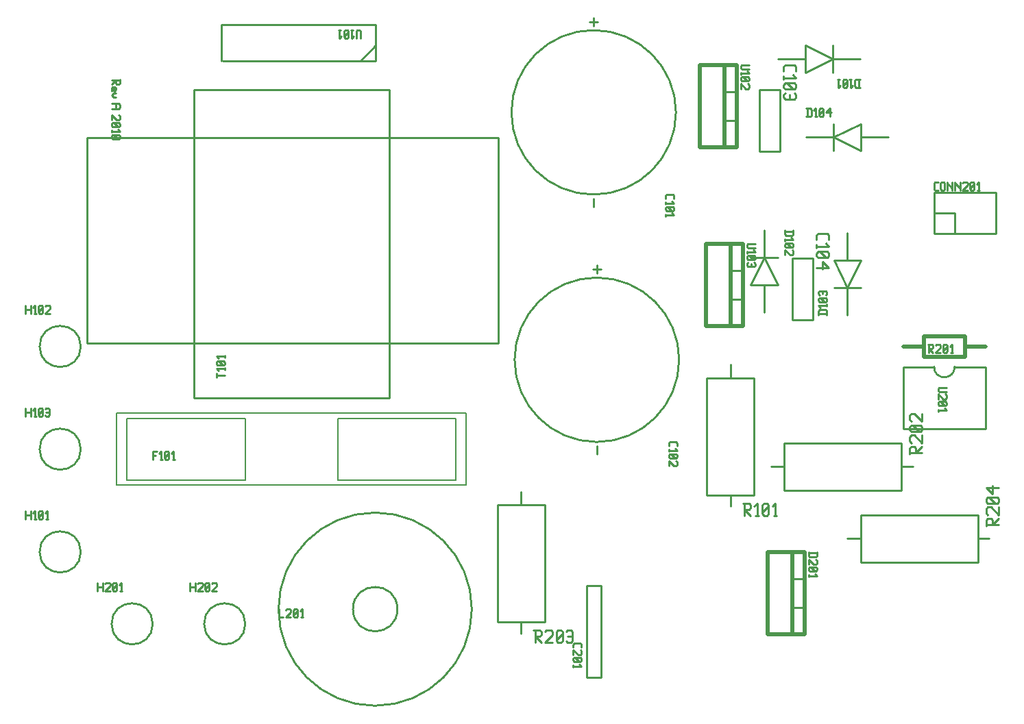
<source format=gbr>
G04 start of page 7 for group -4079 idx -4079
G04 Title: highvoltage, topsilk *
G04 Creator: pcb 20080202 *
G04 CreationDate: Tue 19 Jan 2010 11:46:02 PM GMT UTC *
G04 For: srussell *
G04 Format: Gerber/RS-274X *
G04 PCB-Dimensions: 510000 350000 *
G04 PCB-Coordinate-Origin: lower left *
%MOIN*%
%FSLAX24Y24*%
%LNFRONTSILK*%
%ADD14C,0.0200*%
%ADD47C,0.0100*%
%ADD48C,0.0080*%
G54D47*X5900Y31500D02*Y31300D01*
X5850Y31250D01*
X5750D02*X5850D01*
X5700Y31300D02*X5750Y31250D01*
X5700Y31450D02*Y31300D01*
X5500Y31450D02*X5900D01*
X5700D02*X5500Y31250D01*
Y31079D02*Y30929D01*
X5550Y31129D02*X5500Y31079D01*
X5550Y31129D02*X5650D01*
X5700Y31079D01*
Y30979D01*
X5650Y30929D01*
X5600Y31129D02*Y30929D01*
X5650D01*
X5600Y30809D02*X5700D01*
X5600D02*X5500Y30709D01*
X5600Y30609D01*
X5700D01*
X5500Y30309D02*X5850D01*
X5900Y30259D01*
Y30109D01*
X5850Y30059D01*
X5500D02*X5850D01*
X5700Y30309D02*Y30059D01*
X5850Y29759D02*X5900Y29709D01*
Y29559D01*
X5850Y29509D01*
X5750D02*X5850D01*
X5500Y29759D02*X5750Y29509D01*
X5500Y29759D02*Y29509D01*
X5550Y29389D02*X5500Y29339D01*
X5550Y29389D02*X5850D01*
X5900Y29339D01*
Y29239D01*
X5850Y29189D01*
X5550D02*X5850D01*
X5500Y29239D02*X5550Y29189D01*
X5500Y29339D02*Y29239D01*
X5600Y29389D02*X5800Y29189D01*
X5500Y29019D02*Y28919D01*
Y28969D02*X5900D01*
X5800Y29069D02*X5900Y28969D01*
X5550Y28799D02*X5500Y28749D01*
X5550Y28799D02*X5850D01*
X5900Y28749D01*
Y28649D01*
X5850Y28599D01*
X5550D02*X5850D01*
X5500Y28649D02*X5550Y28599D01*
X5500Y28749D02*Y28649D01*
X5600Y28799D02*X5800Y28599D01*
X29300Y6850D02*Y2400D01*
X28600D02*X29300D01*
X28600Y6850D02*Y2400D01*
Y6850D02*X29300D01*
X10000Y5000D02*G75*G03X10000Y5000I1000J0D01*G01*
X13619Y5714D02*G75*G03X13619Y5714I4700J0D01*G01*
X17239D02*G75*G03X17239Y5714I1080J0D01*G01*
X5500Y5000D02*G75*G03X5500Y5000I1000J0D01*G01*
X2000Y8500D02*G75*G03X2000Y8500I1000J0D01*G01*
X25416Y5086D02*Y4536D01*
X24266Y5086D02*X26566D01*
Y10786D02*Y5086D01*
X24266Y10786D02*X26566D01*
X24266D02*Y5086D01*
X25416Y11436D02*Y10786D01*
X29101Y22450D02*Y22050D01*
X28901Y22250D02*X29301D01*
X29101Y13650D02*Y13250D01*
Y21850D02*G75*G03X29101Y21850I0J-4000D01*G01*
G54D48*X5750Y15250D02*Y11750D01*
X22750D01*
Y15250D01*
X5750D01*
X6250Y15000D02*Y12000D01*
X12000D01*
Y15000D01*
X6250D01*
X22250D02*Y12000D01*
X16500D01*
Y15000D01*
X22250D01*
G54D47*X2000Y18500D02*G75*G03X2000Y18500I1000J0D01*G01*
Y13500D02*G75*G03X2000Y13500I1000J0D01*G01*
X9500Y31000D02*Y16000D01*
Y31000D02*X19000D01*
Y16000D01*
X9500D02*X19000D01*
X4300Y18650D02*X24300D01*
Y28650D02*Y18650D01*
X4300Y28650D02*X24300D01*
X4300D02*Y18650D01*
X28947Y34491D02*Y34091D01*
X28747Y34291D02*X29147D01*
X28947Y25691D02*Y25291D01*
Y33891D02*G75*G03X28947Y33891I0J-4000D01*G01*
X39283Y28676D02*X40613D01*
X41953D02*X43283D01*
X40613D02*X41953Y29336D01*
Y28016D01*
X40613Y28676D01*
Y29336D02*Y28016D01*
X40575Y32491D02*X41905D01*
X37905D02*X39235D01*
X40575D02*X39235Y31831D01*
Y33151D02*Y31831D01*
Y33151D02*X40575Y32491D01*
Y33151D02*Y31831D01*
X37000Y28000D02*X38000D01*
Y31000D02*Y28000D01*
X37000Y31000D02*X38000D01*
X37000D02*Y28000D01*
G54D14*X35900Y32200D02*Y28200D01*
X34100D02*X35900D01*
X34100Y32200D02*Y28200D01*
Y32200D02*X35900D01*
Y28200D01*
X35300D02*X35900D01*
X35300Y32200D02*Y28200D01*
Y32200D02*X35900D01*
G54D47*X35300Y30900D02*X35900D01*
X35300Y29500D02*X35900D01*
X10850Y34150D02*X18350D01*
Y32400D01*
X10900D02*X18350D01*
X10850Y34150D02*Y32400D01*
X18350Y33150D02*X17600Y32400D01*
G54D14*X39200Y8500D02*Y4500D01*
X37400D02*X39200D01*
X37400Y8500D02*Y4500D01*
Y8500D02*X39200D01*
Y4500D01*
X38600D02*X39200D01*
X38600Y8500D02*Y4500D01*
Y8500D02*X39200D01*
G54D47*X38600Y7200D02*X39200D01*
X38600Y5800D02*X39200D01*
X35591Y11269D02*Y10719D01*
X34441Y11269D02*X36741D01*
Y16969D02*Y11269D01*
X34441Y16969D02*X36741D01*
X34441D02*Y11269D01*
X35591Y17619D02*Y16969D01*
G54D14*X36200Y23500D02*Y19500D01*
X34400D02*X36200D01*
X34400Y23500D02*Y19500D01*
Y23500D02*X36200D01*
Y19500D01*
X35600D02*X36200D01*
X35600Y23500D02*Y19500D01*
Y23500D02*X36200D01*
G54D47*X35600Y22200D02*X36200D01*
X35600Y20800D02*X36200D01*
X37249Y24156D02*Y22826D01*
Y21486D02*Y20156D01*
Y22826D02*X37909Y21486D01*
X36589D02*X37909D01*
X36589D02*X37249Y22826D01*
X36589D02*X37909D01*
X38600Y19800D02*X39600D01*
Y22800D02*Y19800D01*
X38600Y22800D02*X39600D01*
X38600D02*Y19800D01*
X45500Y24000D02*X48500D01*
Y26000D02*Y24000D01*
X45500Y26000D02*X48500D01*
X45500D02*Y24000D01*
X46500Y25000D02*Y24000D01*
X45500Y25000D02*X46500D01*
X41290Y21361D02*Y20031D01*
Y24031D02*Y22701D01*
Y21361D02*X40630Y22701D01*
X41950D01*
X41290Y21361D01*
X40630D02*X41950D01*
X44000Y17500D02*Y14500D01*
X48000D01*
Y17500D01*
X44000D02*X45500D01*
X46500D02*X48000D01*
X45500D02*G75*G03X46500Y17500I500J0D01*G01*
G54D14*X45000Y19000D02*X47000D01*
Y18000D01*
X45000D02*X47000D01*
X45000Y19000D02*Y18000D01*
X44000Y18500D02*X45000D01*
X47000D02*X48000D01*
G54D47*X43922Y12652D02*X44472D01*
X43922Y13802D02*Y11502D01*
X38222Y13802D02*X43922D01*
X38222D02*Y11502D01*
X43922D01*
X37572Y12652D02*X38222D01*
X47634Y9145D02*X48184D01*
X47634Y10295D02*Y7995D01*
X41934Y10295D02*X47634D01*
X41934D02*Y7995D01*
X47634D01*
X41284Y9145D02*X41934D01*
X17600Y33850D02*Y33500D01*
Y33850D02*X17550Y33900D01*
X17450D02*X17550D01*
X17450D02*X17400Y33850D01*
Y33500D01*
X17129Y33900D02*X17229D01*
X17179D02*Y33500D01*
X17279Y33600D02*X17179Y33500D01*
X17009Y33850D02*X16959Y33900D01*
X17009Y33850D02*Y33550D01*
X16959Y33500D01*
X16859D02*X16959D01*
X16859D02*X16809Y33550D01*
Y33850D02*Y33550D01*
X16859Y33900D02*X16809Y33850D01*
X16859Y33900D02*X16959D01*
X17009Y33800D02*X16809Y33600D01*
X16539Y33900D02*X16639D01*
X16589D02*Y33500D01*
X16689Y33600D02*X16589Y33500D01*
X27950Y4000D02*Y3850D01*
X28000Y4050D02*X27950Y4000D01*
X28000Y4050D02*X28300D01*
X28350Y4000D01*
Y3850D01*
X28300Y3729D02*X28350Y3679D01*
Y3529D01*
X28300Y3479D01*
X28200D02*X28300D01*
X27950Y3729D02*X28200Y3479D01*
X27950Y3729D02*Y3479D01*
X28000Y3359D02*X27950Y3309D01*
X28000Y3359D02*X28300D01*
X28350Y3309D01*
Y3209D01*
X28300Y3159D01*
X28000D02*X28300D01*
X27950Y3209D02*X28000Y3159D01*
X27950Y3309D02*Y3209D01*
X28050Y3359D02*X28250Y3159D01*
X27950Y2989D02*Y2889D01*
Y2939D02*X28350D01*
X28250Y3039D02*X28350Y2939D01*
X26016Y4686D02*X26316D01*
X26391Y4611D01*
Y4461D01*
X26316Y4386D02*X26391Y4461D01*
X26091Y4386D02*X26316D01*
X26091Y4686D02*Y4086D01*
Y4386D02*X26391Y4086D01*
X26571Y4611D02*X26646Y4686D01*
X26871D01*
X26946Y4611D01*
Y4461D01*
X26571Y4086D02*X26946Y4461D01*
X26571Y4086D02*X26946D01*
X27126Y4161D02*X27201Y4086D01*
X27126Y4611D02*Y4161D01*
Y4611D02*X27201Y4686D01*
X27351D01*
X27426Y4611D01*
Y4161D01*
X27351Y4086D02*X27426Y4161D01*
X27201Y4086D02*X27351D01*
X27126Y4236D02*X27426Y4536D01*
X27606Y4611D02*X27681Y4686D01*
X27831D01*
X27906Y4611D01*
Y4161D01*
X27831Y4086D02*X27906Y4161D01*
X27681Y4086D02*X27831D01*
X27606Y4161D02*X27681Y4086D01*
Y4386D02*X27906D01*
X9310Y7000D02*Y6600D01*
X9560Y7000D02*Y6600D01*
X9310Y6800D02*X9560D01*
X9680Y6950D02*X9730Y7000D01*
X9880D01*
X9930Y6950D01*
Y6850D01*
X9680Y6600D02*X9930Y6850D01*
X9680Y6600D02*X9930D01*
X10050Y6650D02*X10100Y6600D01*
X10050Y6950D02*Y6650D01*
Y6950D02*X10100Y7000D01*
X10200D01*
X10250Y6950D01*
Y6650D01*
X10200Y6600D02*X10250Y6650D01*
X10100Y6600D02*X10200D01*
X10050Y6700D02*X10250Y6900D01*
X10370Y6950D02*X10420Y7000D01*
X10570D01*
X10620Y6950D01*
Y6850D01*
X10370Y6600D02*X10620Y6850D01*
X10370Y6600D02*X10620D01*
X13652Y5714D02*Y5314D01*
X13852D01*
X13972Y5664D02*X14022Y5714D01*
X14172D01*
X14222Y5664D01*
Y5564D01*
X13972Y5314D02*X14222Y5564D01*
X13972Y5314D02*X14222D01*
X14342Y5364D02*X14392Y5314D01*
X14342Y5664D02*Y5364D01*
Y5664D02*X14392Y5714D01*
X14492D01*
X14542Y5664D01*
Y5364D01*
X14492Y5314D02*X14542Y5364D01*
X14392Y5314D02*X14492D01*
X14342Y5414D02*X14542Y5614D01*
X14713Y5314D02*X14813D01*
X14763Y5714D02*Y5314D01*
X14663Y5614D02*X14763Y5714D01*
X4810Y7000D02*Y6600D01*
X5060Y7000D02*Y6600D01*
X4810Y6800D02*X5060D01*
X5180Y6950D02*X5230Y7000D01*
X5380D01*
X5430Y6950D01*
Y6850D01*
X5180Y6600D02*X5430Y6850D01*
X5180Y6600D02*X5430D01*
X5550Y6650D02*X5600Y6600D01*
X5550Y6950D02*Y6650D01*
Y6950D02*X5600Y7000D01*
X5700D01*
X5750Y6950D01*
Y6650D01*
X5700Y6600D02*X5750Y6650D01*
X5600Y6600D02*X5700D01*
X5550Y6700D02*X5750Y6900D01*
X5920Y6600D02*X6020D01*
X5970Y7000D02*Y6600D01*
X5870Y6900D02*X5970Y7000D01*
X7500Y13400D02*Y13000D01*
Y13400D02*X7700D01*
X7500Y13200D02*X7650D01*
X7870Y13000D02*X7970D01*
X7920Y13400D02*Y13000D01*
X7820Y13300D02*X7920Y13400D01*
X8090Y13050D02*X8140Y13000D01*
X8090Y13350D02*Y13050D01*
Y13350D02*X8140Y13400D01*
X8240D01*
X8290Y13350D01*
Y13050D01*
X8240Y13000D02*X8290Y13050D01*
X8140Y13000D02*X8240D01*
X8090Y13100D02*X8290Y13300D01*
X8460Y13000D02*X8560D01*
X8510Y13400D02*Y13000D01*
X8410Y13300D02*X8510Y13400D01*
X1310Y20500D02*Y20100D01*
X1560Y20500D02*Y20100D01*
X1310Y20300D02*X1560D01*
X1730Y20100D02*X1830D01*
X1780Y20500D02*Y20100D01*
X1680Y20400D02*X1780Y20500D01*
X1950Y20150D02*X2000Y20100D01*
X1950Y20450D02*Y20150D01*
Y20450D02*X2000Y20500D01*
X2100D01*
X2150Y20450D01*
Y20150D01*
X2100Y20100D02*X2150Y20150D01*
X2000Y20100D02*X2100D01*
X1950Y20200D02*X2150Y20400D01*
X2270Y20450D02*X2320Y20500D01*
X2470D01*
X2520Y20450D01*
Y20350D01*
X2270Y20100D02*X2520Y20350D01*
X2270Y20100D02*X2520D01*
X1310Y15500D02*Y15100D01*
X1560Y15500D02*Y15100D01*
X1310Y15300D02*X1560D01*
X1730Y15100D02*X1830D01*
X1780Y15500D02*Y15100D01*
X1680Y15400D02*X1780Y15500D01*
X1950Y15150D02*X2000Y15100D01*
X1950Y15450D02*Y15150D01*
Y15450D02*X2000Y15500D01*
X2100D01*
X2150Y15450D01*
Y15150D01*
X2100Y15100D02*X2150Y15150D01*
X2000Y15100D02*X2100D01*
X1950Y15200D02*X2150Y15400D01*
X2270Y15450D02*X2320Y15500D01*
X2420D01*
X2470Y15450D01*
Y15150D01*
X2420Y15100D02*X2470Y15150D01*
X2320Y15100D02*X2420D01*
X2270Y15150D02*X2320Y15100D01*
Y15300D02*X2470D01*
X1310Y10500D02*Y10100D01*
X1560Y10500D02*Y10100D01*
X1310Y10300D02*X1560D01*
X1730Y10100D02*X1830D01*
X1780Y10500D02*Y10100D01*
X1680Y10400D02*X1780Y10500D01*
X1950Y10150D02*X2000Y10100D01*
X1950Y10450D02*Y10150D01*
Y10450D02*X2000Y10500D01*
X2100D01*
X2150Y10450D01*
Y10150D01*
X2100Y10100D02*X2150Y10150D01*
X2000Y10100D02*X2100D01*
X1950Y10200D02*X2150Y10400D01*
X2320Y10100D02*X2420D01*
X2370Y10500D02*Y10100D01*
X2270Y10400D02*X2370Y10500D01*
X10600Y17200D02*Y17000D01*
Y17100D02*X11000D01*
Y17470D02*Y17370D01*
X10600Y17420D02*X11000D01*
X10700Y17320D02*X10600Y17420D01*
X10950Y17590D02*X11000Y17640D01*
X10650Y17590D02*X10950D01*
X10650D02*X10600Y17640D01*
Y17740D02*Y17640D01*
Y17740D02*X10650Y17790D01*
X10950D01*
X11000Y17740D02*X10950Y17790D01*
X11000Y17740D02*Y17640D01*
X10900Y17590D02*X10700Y17790D01*
X11000Y18060D02*Y17960D01*
X10600Y18010D02*X11000D01*
X10700Y17910D02*X10600Y18010D01*
X39400Y8450D02*X39800D01*
Y8300D02*X39750Y8250D01*
X39450D02*X39750D01*
X39400Y8300D02*X39450Y8250D01*
X39400Y8500D02*Y8300D01*
X39800Y8500D02*Y8300D01*
X39750Y8129D02*X39800Y8079D01*
Y7929D01*
X39750Y7879D01*
X39650D02*X39750D01*
X39400Y8129D02*X39650Y7879D01*
X39400Y8129D02*Y7879D01*
X39450Y7759D02*X39400Y7709D01*
X39450Y7759D02*X39750D01*
X39800Y7709D01*
Y7609D01*
X39750Y7559D01*
X39450D02*X39750D01*
X39400Y7609D02*X39450Y7559D01*
X39400Y7709D02*Y7609D01*
X39500Y7759D02*X39700Y7559D01*
X39400Y7389D02*Y7289D01*
Y7339D02*X39800D01*
X39700Y7439D02*X39800Y7339D01*
X45750Y16500D02*X46100D01*
X45750D02*X45700Y16450D01*
Y16350D01*
X45750Y16300D01*
X46100D01*
X46050Y16179D02*X46100Y16129D01*
Y15979D01*
X46050Y15929D01*
X45950D02*X46050D01*
X45700Y16179D02*X45950Y15929D01*
X45700Y16179D02*Y15929D01*
X45750Y15809D02*X45700Y15759D01*
X45750Y15809D02*X46050D01*
X46100Y15759D01*
Y15659D01*
X46050Y15609D01*
X45750D02*X46050D01*
X45700Y15659D02*X45750Y15609D01*
X45700Y15759D02*Y15659D01*
X45800Y15809D02*X46000Y15609D01*
X45700Y15439D02*Y15339D01*
Y15389D02*X46100D01*
X46000Y15489D02*X46100Y15389D01*
X36191Y10869D02*X36491D01*
X36566Y10794D01*
Y10644D01*
X36491Y10569D02*X36566Y10644D01*
X36266Y10569D02*X36491D01*
X36266Y10869D02*Y10269D01*
Y10569D02*X36566Y10269D01*
X36821D02*X36971D01*
X36896Y10869D02*Y10269D01*
X36746Y10719D02*X36896Y10869D01*
X37151Y10344D02*X37226Y10269D01*
X37151Y10794D02*Y10344D01*
Y10794D02*X37226Y10869D01*
X37376D01*
X37451Y10794D01*
Y10344D01*
X37376Y10269D02*X37451Y10344D01*
X37226Y10269D02*X37376D01*
X37151Y10419D02*X37451Y10719D01*
X37706Y10269D02*X37856D01*
X37781Y10869D02*Y10269D01*
X37631Y10719D02*X37781Y10869D01*
X32601Y13800D02*Y13650D01*
X32651Y13850D02*X32601Y13800D01*
X32651Y13850D02*X32951D01*
X33001Y13800D01*
Y13650D01*
X32601Y13480D02*Y13380D01*
Y13430D02*X33001D01*
X32901Y13530D02*X33001Y13430D01*
X32651Y13259D02*X32601Y13209D01*
X32651Y13259D02*X32951D01*
X33001Y13209D01*
Y13109D01*
X32951Y13059D01*
X32651D02*X32951D01*
X32601Y13109D02*X32651Y13059D01*
X32601Y13209D02*Y13109D01*
X32701Y13259D02*X32901Y13059D01*
X32951Y12939D02*X33001Y12889D01*
Y12739D01*
X32951Y12689D01*
X32851D02*X32951D01*
X32601Y12939D02*X32851Y12689D01*
X32601Y12939D02*Y12689D01*
X44322Y13552D02*Y13252D01*
Y13552D02*X44397Y13627D01*
X44547D01*
X44622Y13552D02*X44547Y13627D01*
X44622Y13552D02*Y13327D01*
X44322D02*X44922D01*
X44622D02*X44922Y13627D01*
X44397Y13807D02*X44322Y13882D01*
Y14107D02*Y13882D01*
Y14107D02*X44397Y14182D01*
X44547D01*
X44922Y13807D02*X44547Y14182D01*
X44922D02*Y13807D01*
X44847Y14362D02*X44922Y14437D01*
X44397Y14362D02*X44847D01*
X44397D02*X44322Y14437D01*
Y14587D02*Y14437D01*
Y14587D02*X44397Y14662D01*
X44847D01*
X44922Y14587D02*X44847Y14662D01*
X44922Y14587D02*Y14437D01*
X44772Y14362D02*X44472Y14662D01*
X44397Y14842D02*X44322Y14917D01*
Y15142D02*Y14917D01*
Y15142D02*X44397Y15217D01*
X44547D01*
X44922Y14842D02*X44547Y15217D01*
X44922D02*Y14842D01*
X39790Y23925D02*Y23700D01*
X39865Y24000D02*X39790Y23925D01*
X39865Y24000D02*X40315D01*
X40390Y23925D01*
Y23700D01*
X39790Y23444D02*Y23294D01*
Y23369D02*X40390D01*
X40240Y23519D02*X40390Y23369D01*
X39865Y23114D02*X39790Y23039D01*
X39865Y23114D02*X40315D01*
X40390Y23039D01*
Y22889D01*
X40315Y22814D01*
X39865D02*X40315D01*
X39790Y22889D02*X39865Y22814D01*
X39790Y23039D02*Y22889D01*
X39940Y23114D02*X40240Y22814D01*
X40090Y22634D02*X40390Y22334D01*
X40090Y22634D02*Y22259D01*
X39790Y22334D02*X40390D01*
X32447Y25841D02*Y25691D01*
X32497Y25891D02*X32447Y25841D01*
X32497Y25891D02*X32797D01*
X32847Y25841D01*
Y25691D01*
X32447Y25521D02*Y25421D01*
Y25471D02*X32847D01*
X32747Y25571D02*X32847Y25471D01*
X32497Y25301D02*X32447Y25251D01*
X32497Y25301D02*X32797D01*
X32847Y25251D01*
Y25151D01*
X32797Y25101D01*
X32497D02*X32797D01*
X32447Y25151D02*X32497Y25101D01*
X32447Y25251D02*Y25151D01*
X32547Y25301D02*X32747Y25101D01*
X32447Y24931D02*Y24831D01*
Y24881D02*X32847D01*
X32747Y24981D02*X32847Y24881D01*
X39333Y30076D02*Y29676D01*
X39483Y30076D02*X39533Y30026D01*
Y29726D01*
X39483Y29676D02*X39533Y29726D01*
X39283Y29676D02*X39483D01*
X39283Y30076D02*X39483D01*
X39703Y29676D02*X39803D01*
X39753Y30076D02*Y29676D01*
X39653Y29976D02*X39753Y30076D01*
X39923Y29726D02*X39973Y29676D01*
X39923Y30026D02*Y29726D01*
Y30026D02*X39973Y30076D01*
X40073D01*
X40123Y30026D01*
Y29726D01*
X40073Y29676D02*X40123Y29726D01*
X39973Y29676D02*X40073D01*
X39923Y29776D02*X40123Y29976D01*
X40243Y29876D02*X40443Y30076D01*
X40243Y29876D02*X40493D01*
X40443Y30076D02*Y29676D01*
X45550Y26100D02*X45700D01*
X45500Y26150D02*X45550Y26100D01*
X45500Y26450D02*Y26150D01*
Y26450D02*X45550Y26500D01*
X45700D01*
X45820Y26450D02*Y26150D01*
Y26450D02*X45870Y26500D01*
X45970D01*
X46020Y26450D01*
Y26150D01*
X45970Y26100D02*X46020Y26150D01*
X45870Y26100D02*X45970D01*
X45820Y26150D02*X45870Y26100D01*
X46140Y26500D02*Y26100D01*
Y26500D02*Y26450D01*
X46390Y26200D01*
Y26500D02*Y26100D01*
X46510Y26500D02*Y26100D01*
Y26500D02*Y26450D01*
X46760Y26200D01*
Y26500D02*Y26100D01*
X46880Y26450D02*X46930Y26500D01*
X47080D01*
X47130Y26450D01*
Y26350D01*
X46880Y26100D02*X47130Y26350D01*
X46880Y26100D02*X47130D01*
X47250Y26150D02*X47300Y26100D01*
X47250Y26450D02*Y26150D01*
Y26450D02*X47300Y26500D01*
X47400D01*
X47450Y26450D01*
Y26150D01*
X47400Y26100D02*X47450Y26150D01*
X47300Y26100D02*X47400D01*
X47250Y26200D02*X47450Y26400D01*
X47620Y26100D02*X47720D01*
X47670Y26500D02*Y26100D01*
X47570Y26400D02*X47670Y26500D01*
X36450Y23500D02*X36800D01*
X36450D02*X36400Y23450D01*
Y23350D01*
X36450Y23300D01*
X36800D01*
X36400Y23129D02*Y23029D01*
Y23079D02*X36800D01*
X36700Y23179D02*X36800Y23079D01*
X36450Y22909D02*X36400Y22859D01*
X36450Y22909D02*X36750D01*
X36800Y22859D01*
Y22759D01*
X36750Y22709D01*
X36450D02*X36750D01*
X36400Y22759D02*X36450Y22709D01*
X36400Y22859D02*Y22759D01*
X36500Y22909D02*X36700Y22709D01*
X36750Y22589D02*X36800Y22539D01*
Y22439D01*
X36750Y22389D01*
X36450D02*X36750D01*
X36400Y22439D02*X36450Y22389D01*
X36400Y22539D02*Y22439D01*
X36450Y22589D02*X36400Y22539D01*
X36600D02*Y22389D01*
X38249Y24106D02*X38649D01*
Y23956D02*X38599Y23906D01*
X38299D02*X38599D01*
X38249Y23956D02*X38299Y23906D01*
X38249Y24156D02*Y23956D01*
X38649Y24156D02*Y23956D01*
X38249Y23736D02*Y23636D01*
Y23686D02*X38649D01*
X38549Y23786D02*X38649Y23686D01*
X38299Y23516D02*X38249Y23466D01*
X38299Y23516D02*X38599D01*
X38649Y23466D01*
Y23366D01*
X38599Y23316D01*
X38299D02*X38599D01*
X38249Y23366D02*X38299Y23316D01*
X38249Y23466D02*Y23366D01*
X38349Y23516D02*X38549Y23316D01*
X38599Y23196D02*X38649Y23146D01*
Y22996D01*
X38599Y22946D01*
X38499D02*X38599D01*
X38249Y23196D02*X38499Y22946D01*
X38249Y23196D02*Y22946D01*
X41855Y31491D02*Y31091D01*
X41705D02*X41655Y31141D01*
Y31441D02*Y31141D01*
X41705Y31491D02*X41655Y31441D01*
X41705Y31491D02*X41905D01*
X41705Y31091D02*X41905D01*
X41384Y31491D02*X41484D01*
X41434D02*Y31091D01*
X41534Y31191D02*X41434Y31091D01*
X41264Y31441D02*X41214Y31491D01*
X41264Y31441D02*Y31141D01*
X41214Y31091D01*
X41114D02*X41214D01*
X41114D02*X41064Y31141D01*
Y31441D02*Y31141D01*
X41114Y31491D02*X41064Y31441D01*
X41114Y31491D02*X41214D01*
X41264Y31391D02*X41064Y31191D01*
X40794Y31491D02*X40894D01*
X40844D02*Y31091D01*
X40944Y31191D02*X40844Y31091D01*
X38190Y32125D02*Y31900D01*
X38265Y32200D02*X38190Y32125D01*
X38265Y32200D02*X38715D01*
X38790Y32125D01*
Y31900D01*
X38190Y31644D02*Y31494D01*
Y31569D02*X38790D01*
X38640Y31719D02*X38790Y31569D01*
X38265Y31314D02*X38190Y31239D01*
X38265Y31314D02*X38715D01*
X38790Y31239D01*
Y31089D01*
X38715Y31014D01*
X38265D02*X38715D01*
X38190Y31089D02*X38265Y31014D01*
X38190Y31239D02*Y31089D01*
X38340Y31314D02*X38640Y31014D01*
X38715Y30834D02*X38790Y30759D01*
Y30609D01*
X38715Y30534D01*
X38265D02*X38715D01*
X38190Y30609D02*X38265Y30534D01*
X38190Y30759D02*Y30609D01*
X38265Y30834D02*X38190Y30759D01*
X38490D02*Y30534D01*
X36150Y32200D02*X36500D01*
X36150D02*X36100Y32150D01*
Y32050D01*
X36150Y32000D01*
X36500D01*
X36100Y31829D02*Y31729D01*
Y31779D02*X36500D01*
X36400Y31879D02*X36500Y31779D01*
X36150Y31609D02*X36100Y31559D01*
X36150Y31609D02*X36450D01*
X36500Y31559D01*
Y31459D01*
X36450Y31409D01*
X36150D02*X36450D01*
X36100Y31459D02*X36150Y31409D01*
X36100Y31559D02*Y31459D01*
X36200Y31609D02*X36400Y31409D01*
X36450Y31289D02*X36500Y31239D01*
Y31089D01*
X36450Y31039D01*
X36350D02*X36450D01*
X36100Y31289D02*X36350Y31039D01*
X36100Y31289D02*Y31039D01*
X39890Y20081D02*X40290D01*
X39890Y20231D02*X39940Y20281D01*
X40240D01*
X40290Y20231D02*X40240Y20281D01*
X40290Y20231D02*Y20031D01*
X39890Y20231D02*Y20031D01*
X40290Y20551D02*Y20451D01*
X39890Y20501D02*X40290D01*
X39990Y20401D02*X39890Y20501D01*
X40240Y20671D02*X40290Y20721D01*
X39940Y20671D02*X40240D01*
X39940D02*X39890Y20721D01*
Y20821D02*Y20721D01*
Y20821D02*X39940Y20871D01*
X40240D01*
X40290Y20821D02*X40240Y20871D01*
X40290Y20821D02*Y20721D01*
X40190Y20671D02*X39990Y20871D01*
X39940Y20991D02*X39890Y21041D01*
Y21141D02*Y21041D01*
Y21141D02*X39940Y21191D01*
X40240D01*
X40290Y21141D02*X40240Y21191D01*
X40290Y21141D02*Y21041D01*
X40240Y20991D02*X40290Y21041D01*
X40090Y21191D02*Y21041D01*
X45200Y18600D02*X45400D01*
X45450Y18550D01*
Y18450D01*
X45400Y18400D02*X45450Y18450D01*
X45250Y18400D02*X45400D01*
X45250Y18600D02*Y18200D01*
Y18400D02*X45450Y18200D01*
X45570Y18550D02*X45620Y18600D01*
X45770D01*
X45820Y18550D01*
Y18450D01*
X45570Y18200D02*X45820Y18450D01*
X45570Y18200D02*X45820D01*
X45940Y18250D02*X45990Y18200D01*
X45940Y18550D02*Y18250D01*
Y18550D02*X45990Y18600D01*
X46090D01*
X46140Y18550D01*
Y18250D01*
X46090Y18200D02*X46140Y18250D01*
X45990Y18200D02*X46090D01*
X45940Y18300D02*X46140Y18500D01*
X46310Y18200D02*X46410D01*
X46360Y18600D02*Y18200D01*
X46260Y18500D02*X46360Y18600D01*
X48034Y10045D02*Y9745D01*
Y10045D02*X48109Y10120D01*
X48259D01*
X48334Y10045D02*X48259Y10120D01*
X48334Y10045D02*Y9820D01*
X48034D02*X48634D01*
X48334D02*X48634Y10120D01*
X48109Y10300D02*X48034Y10375D01*
Y10600D02*Y10375D01*
Y10600D02*X48109Y10675D01*
X48259D01*
X48634Y10300D02*X48259Y10675D01*
X48634D02*Y10300D01*
X48559Y10855D02*X48634Y10930D01*
X48109Y10855D02*X48559D01*
X48109D02*X48034Y10930D01*
Y11080D02*Y10930D01*
Y11080D02*X48109Y11155D01*
X48559D01*
X48634Y11080D02*X48559Y11155D01*
X48634Y11080D02*Y10930D01*
X48484Y10855D02*X48184Y11155D01*
X48334Y11335D02*X48034Y11635D01*
X48334Y11710D02*Y11335D01*
X48034Y11635D02*X48634D01*
M02*

</source>
